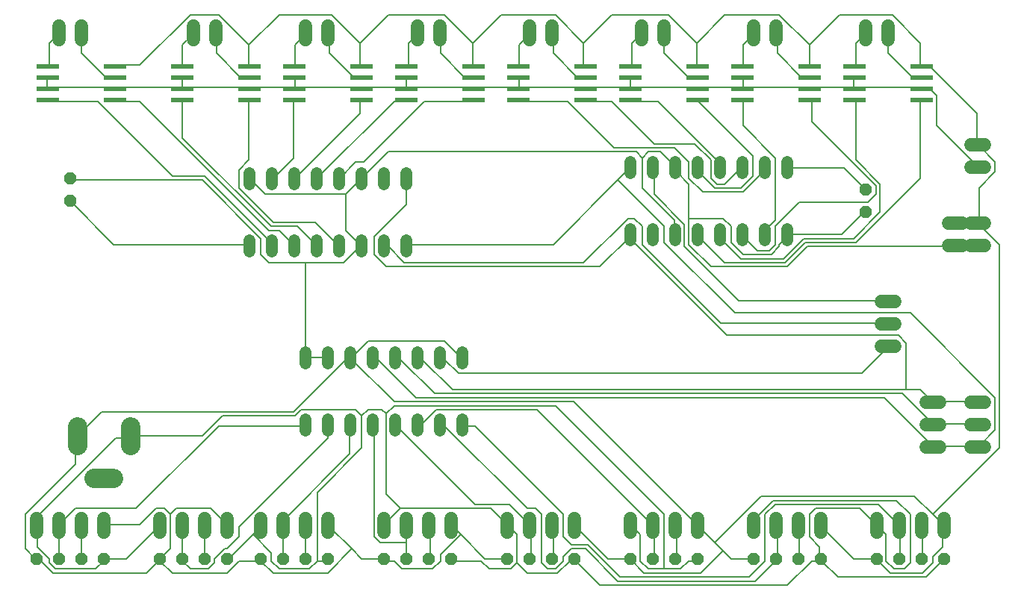
<source format=gbr>
G04 EAGLE Gerber RS-274X export*
G75*
%MOMM*%
%FSLAX34Y34*%
%LPD*%
%INTop Copper*%
%IPPOS*%
%AMOC8*
5,1,8,0,0,1.08239X$1,22.5*%
G01*
%ADD10C,1.524000*%
%ADD11P,1.429621X8X112.500000*%
%ADD12P,1.429621X8X292.500000*%
%ADD13C,1.320800*%
%ADD14P,1.429621X8X22.500000*%
%ADD15R,2.500000X0.500000*%
%ADD16C,2.184400*%
%ADD17C,0.152400*%


D10*
X1137920Y419100D02*
X1122680Y419100D01*
X1122680Y444500D02*
X1137920Y444500D01*
X1137920Y241300D02*
X1122680Y241300D01*
X1122680Y215900D02*
X1137920Y215900D01*
X1137920Y190500D02*
X1122680Y190500D01*
X1087120Y241300D02*
X1071880Y241300D01*
X1071880Y215900D02*
X1087120Y215900D01*
X1087120Y190500D02*
X1071880Y190500D01*
D11*
X1003300Y457200D03*
X1003300Y482600D03*
D12*
X101600Y495300D03*
X101600Y469900D03*
D10*
X1021080Y355600D02*
X1036320Y355600D01*
X1036320Y330200D02*
X1021080Y330200D01*
X1021080Y304800D02*
X1036320Y304800D01*
X1097280Y419100D02*
X1112520Y419100D01*
X1112520Y444500D02*
X1097280Y444500D01*
D13*
X914400Y501396D02*
X914400Y514604D01*
X889000Y514604D02*
X889000Y501396D01*
X812800Y501396D02*
X812800Y514604D01*
X787400Y514604D02*
X787400Y501396D01*
X863600Y501396D02*
X863600Y514604D01*
X838200Y514604D02*
X838200Y501396D01*
X762000Y501396D02*
X762000Y514604D01*
X736600Y514604D02*
X736600Y501396D01*
X736600Y438404D02*
X736600Y425196D01*
X762000Y425196D02*
X762000Y438404D01*
X787400Y438404D02*
X787400Y425196D01*
X812800Y425196D02*
X812800Y438404D01*
X838200Y438404D02*
X838200Y425196D01*
X863600Y425196D02*
X863600Y438404D01*
X889000Y438404D02*
X889000Y425196D01*
X914400Y425196D02*
X914400Y438404D01*
X304800Y425704D02*
X304800Y412496D01*
X330200Y412496D02*
X330200Y425704D01*
X406400Y425704D02*
X406400Y412496D01*
X431800Y412496D02*
X431800Y425704D01*
X355600Y425704D02*
X355600Y412496D01*
X381000Y412496D02*
X381000Y425704D01*
X457200Y425704D02*
X457200Y412496D01*
X482600Y412496D02*
X482600Y425704D01*
X482600Y488696D02*
X482600Y501904D01*
X457200Y501904D02*
X457200Y488696D01*
X431800Y488696D02*
X431800Y501904D01*
X406400Y501904D02*
X406400Y488696D01*
X381000Y488696D02*
X381000Y501904D01*
X355600Y501904D02*
X355600Y488696D01*
X330200Y488696D02*
X330200Y501904D01*
X304800Y501904D02*
X304800Y488696D01*
D10*
X520700Y652780D02*
X520700Y668020D01*
X495300Y668020D02*
X495300Y652780D01*
X393700Y652780D02*
X393700Y668020D01*
X368300Y668020D02*
X368300Y652780D01*
X1028700Y652780D02*
X1028700Y668020D01*
X1003300Y668020D02*
X1003300Y652780D01*
X901700Y652780D02*
X901700Y668020D01*
X876300Y668020D02*
X876300Y652780D01*
X266700Y652780D02*
X266700Y668020D01*
X241300Y668020D02*
X241300Y652780D01*
X114300Y652780D02*
X114300Y668020D01*
X88900Y668020D02*
X88900Y652780D01*
X774700Y652780D02*
X774700Y668020D01*
X749300Y668020D02*
X749300Y652780D01*
X647700Y652780D02*
X647700Y668020D01*
X622300Y668020D02*
X622300Y652780D01*
D13*
X368300Y222504D02*
X368300Y209296D01*
X393700Y209296D02*
X393700Y222504D01*
X469900Y222504D02*
X469900Y209296D01*
X495300Y209296D02*
X495300Y222504D01*
X419100Y222504D02*
X419100Y209296D01*
X444500Y209296D02*
X444500Y222504D01*
X520700Y222504D02*
X520700Y209296D01*
X546100Y209296D02*
X546100Y222504D01*
X546100Y285496D02*
X546100Y298704D01*
X520700Y298704D02*
X520700Y285496D01*
X495300Y285496D02*
X495300Y298704D01*
X469900Y298704D02*
X469900Y285496D01*
X444500Y285496D02*
X444500Y298704D01*
X419100Y298704D02*
X419100Y285496D01*
X393700Y285496D02*
X393700Y298704D01*
X368300Y298704D02*
X368300Y285496D01*
D10*
X1016000Y109220D02*
X1016000Y93980D01*
X1041400Y93980D02*
X1041400Y109220D01*
X876300Y109220D02*
X876300Y93980D01*
X901700Y93980D02*
X901700Y109220D01*
X736600Y109220D02*
X736600Y93980D01*
X762000Y93980D02*
X762000Y109220D01*
X596900Y109220D02*
X596900Y93980D01*
X622300Y93980D02*
X622300Y109220D01*
X457200Y109220D02*
X457200Y93980D01*
X482600Y93980D02*
X482600Y109220D01*
X317500Y109220D02*
X317500Y93980D01*
X342900Y93980D02*
X342900Y109220D01*
X203200Y109220D02*
X203200Y93980D01*
X228600Y93980D02*
X228600Y109220D01*
X63500Y109220D02*
X63500Y93980D01*
X88900Y93980D02*
X88900Y109220D01*
X1092200Y109220D02*
X1092200Y93980D01*
X1066800Y93980D02*
X1066800Y109220D01*
X952500Y109220D02*
X952500Y93980D01*
X927100Y93980D02*
X927100Y109220D01*
X812800Y109220D02*
X812800Y93980D01*
X787400Y93980D02*
X787400Y109220D01*
X673100Y109220D02*
X673100Y93980D01*
X647700Y93980D02*
X647700Y109220D01*
X533400Y109220D02*
X533400Y93980D01*
X508000Y93980D02*
X508000Y109220D01*
X393700Y109220D02*
X393700Y93980D01*
X368300Y93980D02*
X368300Y109220D01*
X279400Y109220D02*
X279400Y93980D01*
X254000Y93980D02*
X254000Y109220D01*
X139700Y109220D02*
X139700Y93980D01*
X114300Y93980D02*
X114300Y109220D01*
D14*
X1016000Y63500D03*
X1041400Y63500D03*
X508000Y63500D03*
X533400Y63500D03*
X317500Y63500D03*
X342900Y63500D03*
X368300Y63500D03*
X393700Y63500D03*
X203200Y63500D03*
X228600Y63500D03*
X254000Y63500D03*
X279400Y63500D03*
X63500Y63500D03*
X88900Y63500D03*
X114300Y63500D03*
X139700Y63500D03*
X1066800Y63500D03*
X1092200Y63500D03*
X876300Y63500D03*
X901700Y63500D03*
X927100Y63500D03*
X952500Y63500D03*
X736600Y63500D03*
X762000Y63500D03*
X787400Y63500D03*
X812800Y63500D03*
X596900Y63500D03*
X622300Y63500D03*
X647700Y63500D03*
X673100Y63500D03*
X457200Y63500D03*
X482600Y63500D03*
D10*
X1122680Y508000D02*
X1137920Y508000D01*
X1137920Y533400D02*
X1122680Y533400D01*
D15*
X482600Y622300D03*
X482600Y609600D03*
X482600Y596900D03*
X482600Y584200D03*
X558700Y622300D03*
X558700Y609600D03*
X558700Y596900D03*
X558700Y584200D03*
X355600Y622300D03*
X355600Y609600D03*
X355600Y596900D03*
X355600Y584200D03*
X431700Y622300D03*
X431700Y609600D03*
X431700Y596900D03*
X431700Y584200D03*
X990600Y622300D03*
X990600Y609600D03*
X990600Y596900D03*
X990600Y584200D03*
X1066700Y622300D03*
X1066700Y609600D03*
X1066700Y596900D03*
X1066700Y584200D03*
X863600Y622300D03*
X863600Y609600D03*
X863600Y596900D03*
X863600Y584200D03*
X939700Y622300D03*
X939700Y609600D03*
X939700Y596900D03*
X939700Y584200D03*
X228600Y622300D03*
X228600Y609600D03*
X228600Y596900D03*
X228600Y584200D03*
X304700Y622300D03*
X304700Y609600D03*
X304700Y596900D03*
X304700Y584200D03*
X76200Y622300D03*
X76200Y609600D03*
X76200Y596900D03*
X76200Y584200D03*
X152300Y622300D03*
X152300Y609600D03*
X152300Y596900D03*
X152300Y584200D03*
X736600Y622300D03*
X736600Y609600D03*
X736600Y596900D03*
X736600Y584200D03*
X812700Y622300D03*
X812700Y609600D03*
X812700Y596900D03*
X812700Y584200D03*
X609600Y622300D03*
X609600Y609600D03*
X609600Y596900D03*
X609600Y584200D03*
X685700Y622300D03*
X685700Y609600D03*
X685700Y596900D03*
X685700Y584200D03*
D16*
X150622Y155200D02*
X128778Y155200D01*
X109700Y192278D02*
X109700Y214122D01*
X169700Y214122D02*
X169700Y192278D01*
D17*
X502920Y582930D02*
X557784Y582930D01*
X502920Y582930D02*
X434340Y514350D01*
X425196Y514350D01*
X406908Y496062D01*
X557784Y582930D02*
X558700Y584200D01*
X406908Y496062D02*
X406400Y495300D01*
X468630Y582930D02*
X482346Y582930D01*
X468630Y582930D02*
X381000Y495300D01*
X482346Y582930D02*
X482600Y584200D01*
X354330Y582930D02*
X354330Y518922D01*
X331470Y496062D01*
X354330Y582930D02*
X355600Y584200D01*
X331470Y496062D02*
X330200Y495300D01*
X1065276Y496062D02*
X1065276Y582930D01*
X1065276Y496062D02*
X992124Y422910D01*
X934974Y422910D01*
X912114Y400050D01*
X843534Y400050D01*
X813816Y429768D01*
X1065276Y582930D02*
X1066700Y584200D01*
X812800Y431800D02*
X813816Y429768D01*
X941832Y560070D02*
X941832Y582930D01*
X941832Y560070D02*
X1014984Y486918D01*
X1014984Y477774D01*
X1005840Y468630D01*
X928116Y468630D01*
X900684Y441198D01*
X900684Y420624D01*
X893826Y413766D01*
X880110Y413766D01*
X864108Y429768D01*
X941832Y582930D02*
X939700Y584200D01*
X863600Y431800D02*
X864108Y429768D01*
X864108Y555498D02*
X864108Y582930D01*
X864108Y555498D02*
X900684Y518922D01*
X900684Y448056D01*
X889254Y436626D01*
X889254Y432054D01*
X864108Y582930D02*
X863600Y584200D01*
X889254Y432054D02*
X889000Y431800D01*
X304038Y516636D02*
X304038Y582930D01*
X304038Y516636D02*
X292608Y505206D01*
X292608Y484632D01*
X331470Y445770D01*
X379476Y445770D01*
X404622Y420624D01*
X304038Y582930D02*
X304700Y584200D01*
X404622Y420624D02*
X406400Y419100D01*
X228600Y541782D02*
X228600Y584200D01*
X228600Y541782D02*
X329184Y441198D01*
X358902Y441198D01*
X381000Y419100D01*
X180594Y582930D02*
X153162Y582930D01*
X180594Y582930D02*
X326898Y436626D01*
X338328Y436626D01*
X354330Y420624D01*
X153162Y582930D02*
X152300Y584200D01*
X354330Y420624D02*
X355600Y419100D01*
X132588Y582930D02*
X77724Y582930D01*
X132588Y582930D02*
X217170Y498348D01*
X253746Y498348D01*
X331470Y420624D01*
X77724Y582930D02*
X76200Y584200D01*
X330200Y419100D02*
X331470Y420624D01*
X738378Y582930D02*
X768096Y582930D01*
X836676Y514350D01*
X836676Y509778D01*
X738378Y582930D02*
X736600Y584200D01*
X836676Y509778D02*
X838200Y508000D01*
X715518Y582930D02*
X685800Y582930D01*
X715518Y582930D02*
X763524Y534924D01*
X809244Y534924D01*
X827532Y516636D01*
X827532Y496062D01*
X834390Y489204D01*
X843534Y489204D01*
X861822Y507492D01*
X685800Y582930D02*
X685700Y584200D01*
X861822Y507492D02*
X863600Y508000D01*
X665226Y582930D02*
X610362Y582930D01*
X665226Y582930D02*
X717804Y530352D01*
X786384Y530352D01*
X802386Y514350D01*
X802386Y496062D01*
X818388Y480060D01*
X864108Y480060D01*
X886968Y502920D01*
X886968Y507492D01*
X610362Y582930D02*
X609600Y584200D01*
X886968Y507492D02*
X889000Y508000D01*
X304038Y420624D02*
X150876Y420624D01*
X101600Y469900D01*
X304038Y420624D02*
X304800Y419100D01*
X914400Y507492D02*
X978408Y507492D01*
X1003300Y482600D01*
X914400Y507492D02*
X914400Y508000D01*
X649224Y420624D02*
X484632Y420624D01*
X722376Y493776D02*
X736600Y508000D01*
X722376Y493776D02*
X649224Y420624D01*
X484632Y420624D02*
X482600Y419100D01*
X450342Y290322D02*
X445770Y290322D01*
X450342Y290322D02*
X493776Y246888D01*
X1024128Y246888D01*
X1078992Y192024D01*
X445770Y290322D02*
X444500Y292100D01*
X1078992Y192024D02*
X1079500Y190500D01*
X1081278Y192024D02*
X1129284Y192024D01*
X1130300Y190500D01*
X1081278Y192024D02*
X1079500Y190500D01*
X774954Y441198D02*
X722376Y493776D01*
X774954Y441198D02*
X774954Y422910D01*
X854964Y342900D01*
X1053846Y342900D01*
X1149858Y246888D01*
X1149858Y210312D01*
X1131570Y192024D01*
X1130300Y190500D01*
X763524Y477774D02*
X763524Y507492D01*
X763524Y477774D02*
X797814Y443484D01*
X797814Y418338D01*
X859536Y356616D01*
X1028700Y356616D01*
X763524Y507492D02*
X762000Y508000D01*
X1028700Y356616D02*
X1028700Y355600D01*
X461772Y418338D02*
X457200Y418338D01*
X461772Y418338D02*
X480060Y400050D01*
X683514Y400050D01*
X733806Y450342D01*
X740664Y450342D01*
X749808Y441198D01*
X749808Y420624D01*
X838962Y331470D01*
X1028700Y331470D01*
X457200Y418338D02*
X457200Y419100D01*
X1028700Y331470D02*
X1028700Y330200D01*
X475488Y290322D02*
X470916Y290322D01*
X475488Y290322D02*
X514350Y251460D01*
X1044702Y251460D01*
X1078992Y217170D01*
X470916Y290322D02*
X469900Y292100D01*
X1078992Y217170D02*
X1079500Y215900D01*
X1081278Y217170D02*
X1129284Y217170D01*
X1130300Y215900D01*
X1081278Y217170D02*
X1079500Y215900D01*
X114300Y101600D02*
X114300Y63500D01*
X253746Y64008D02*
X253746Y100584D01*
X253746Y64008D02*
X254000Y63500D01*
X253746Y100584D02*
X254000Y101600D01*
X368046Y100584D02*
X368046Y64008D01*
X368300Y63500D01*
X368046Y100584D02*
X368300Y101600D01*
X509778Y100584D02*
X509778Y64008D01*
X508000Y63500D01*
X509778Y100584D02*
X508000Y101600D01*
X649224Y100584D02*
X649224Y64008D01*
X647700Y63500D01*
X649224Y100584D02*
X647700Y101600D01*
X788670Y100584D02*
X788670Y64008D01*
X787400Y63500D01*
X788670Y100584D02*
X787400Y101600D01*
X928116Y100584D02*
X928116Y64008D01*
X927100Y63500D01*
X928116Y100584D02*
X927100Y101600D01*
X1067562Y100584D02*
X1067562Y64008D01*
X1066800Y63500D01*
X1067562Y100584D02*
X1066800Y101600D01*
X1042416Y100584D02*
X1042416Y64008D01*
X1041400Y63500D01*
X1042416Y100584D02*
X1041400Y101600D01*
X560070Y214884D02*
X546354Y214884D01*
X560070Y214884D02*
X660654Y114300D01*
X660654Y89154D01*
X669798Y80010D01*
X688086Y80010D01*
X724662Y43434D01*
X870966Y43434D01*
X889254Y61722D01*
X889254Y114300D01*
X900684Y125730D01*
X1017270Y125730D01*
X1041400Y101600D01*
X546354Y214884D02*
X546100Y215900D01*
X525780Y214884D02*
X521208Y214884D01*
X525780Y214884D02*
X619506Y121158D01*
X628650Y121158D01*
X635508Y114300D01*
X635508Y59436D01*
X642366Y52578D01*
X651510Y52578D01*
X660654Y61722D01*
X660654Y66294D01*
X669798Y75438D01*
X685800Y75438D01*
X722376Y38862D01*
X877824Y38862D01*
X900684Y61722D01*
X521208Y214884D02*
X520700Y215900D01*
X900684Y61722D02*
X901700Y63500D01*
X902970Y64008D02*
X902970Y100584D01*
X901700Y101600D01*
X902970Y64008D02*
X901700Y63500D01*
X763524Y64008D02*
X763524Y100584D01*
X763524Y64008D02*
X762000Y63500D01*
X763524Y100584D02*
X762000Y101600D01*
X500634Y217170D02*
X496062Y217170D01*
X500634Y217170D02*
X516636Y233172D01*
X630936Y233172D01*
X761238Y102870D01*
X496062Y217170D02*
X495300Y215900D01*
X761238Y102870D02*
X762000Y101600D01*
X560070Y125730D02*
X469900Y215900D01*
X560070Y125730D02*
X598932Y125730D01*
X621792Y102870D01*
X622300Y101600D01*
X624078Y100584D02*
X624078Y64008D01*
X622300Y63500D01*
X624078Y100584D02*
X622300Y101600D01*
X482346Y100584D02*
X482346Y82296D01*
X482346Y64008D01*
X482600Y63500D01*
X482346Y100584D02*
X482600Y101600D01*
X445770Y89154D02*
X445770Y214884D01*
X445770Y89154D02*
X452628Y82296D01*
X482346Y82296D01*
X445770Y214884D02*
X444500Y215900D01*
X342900Y101600D02*
X342900Y63500D01*
X418338Y182880D02*
X418338Y214884D01*
X418338Y182880D02*
X342900Y107442D01*
X342900Y101600D01*
X418338Y214884D02*
X419100Y215900D01*
X228600Y101600D02*
X228600Y63500D01*
X393192Y201168D02*
X393192Y214884D01*
X393192Y201168D02*
X292608Y100584D01*
X292608Y89154D01*
X278892Y75438D01*
X276606Y75438D01*
X265176Y64008D01*
X265176Y59436D01*
X258318Y52578D01*
X237744Y52578D01*
X228600Y61722D01*
X393192Y214884D02*
X393700Y215900D01*
X228600Y63500D02*
X228600Y61722D01*
X89154Y64008D02*
X89154Y100584D01*
X89154Y64008D02*
X88900Y63500D01*
X89154Y100584D02*
X88900Y101600D01*
X269748Y214884D02*
X368046Y214884D01*
X269748Y214884D02*
X176022Y121158D01*
X107442Y121158D01*
X89154Y102870D01*
X368046Y214884D02*
X368300Y215900D01*
X89154Y102870D02*
X88900Y101600D01*
X141732Y64008D02*
X164592Y64008D01*
X201168Y100584D01*
X141732Y64008D02*
X139700Y63500D01*
X201168Y100584D02*
X203200Y101600D01*
X64008Y100584D02*
X64008Y77724D01*
X77724Y64008D01*
X77724Y59436D01*
X84582Y52578D01*
X130302Y52578D01*
X139446Y61722D01*
X64008Y100584D02*
X63500Y101600D01*
X139700Y63500D02*
X139446Y61722D01*
X153162Y201168D02*
X169164Y201168D01*
X153162Y201168D02*
X64008Y112014D01*
X64008Y102870D01*
X169164Y201168D02*
X169700Y203200D01*
X64008Y102870D02*
X63500Y101600D01*
X950976Y77724D02*
X950976Y64008D01*
X950976Y77724D02*
X939546Y89154D01*
X939546Y114300D01*
X946404Y121158D01*
X996696Y121158D01*
X1014984Y102870D01*
X952500Y63500D02*
X950976Y64008D01*
X1014984Y102870D02*
X1016000Y101600D01*
X1072134Y43434D02*
X1092200Y63500D01*
X1072134Y43434D02*
X971550Y43434D01*
X953262Y61722D01*
X952500Y63500D01*
X877824Y102870D02*
X877824Y109728D01*
X898398Y130302D01*
X1037844Y130302D01*
X1053846Y114300D01*
X1053846Y59436D01*
X1046988Y52578D01*
X1035558Y52578D01*
X1026414Y61722D01*
X1026414Y91440D01*
X1017270Y100584D01*
X877824Y102870D02*
X876300Y101600D01*
X1016000Y101600D02*
X1017270Y100584D01*
X317754Y100584D02*
X308610Y91440D01*
X281178Y64008D01*
X279400Y63500D01*
X317754Y100584D02*
X317500Y101600D01*
X381762Y61722D02*
X393192Y61722D01*
X381762Y61722D02*
X372618Y52578D01*
X338328Y52578D01*
X329184Y61722D01*
X329184Y70866D01*
X308610Y91440D01*
X393700Y63500D02*
X393192Y61722D01*
X802386Y61722D02*
X811530Y61722D01*
X802386Y61722D02*
X793242Y52578D01*
X774954Y52578D02*
X756666Y52578D01*
X774954Y52578D02*
X793242Y52578D01*
X756666Y52578D02*
X747522Y61722D01*
X747522Y91440D01*
X738378Y100584D01*
X811530Y61722D02*
X812800Y63500D01*
X738378Y100584D02*
X736600Y101600D01*
X566928Y61722D02*
X534924Y61722D01*
X566928Y61722D02*
X576072Y52578D01*
X601218Y52578D01*
X608076Y59436D01*
X608076Y91440D01*
X598932Y100584D01*
X534924Y61722D02*
X533400Y63500D01*
X596900Y101600D02*
X598932Y100584D01*
X667512Y61722D02*
X672084Y61722D01*
X667512Y61722D02*
X653796Y48006D01*
X619506Y48006D01*
X608076Y59436D01*
X672084Y61722D02*
X673100Y63500D01*
X475488Y121158D02*
X457200Y102870D01*
X475488Y121158D02*
X578358Y121158D01*
X596646Y102870D01*
X457200Y102870D02*
X457200Y101600D01*
X596646Y102870D02*
X596900Y101600D01*
X774954Y114300D02*
X774954Y52578D01*
X774954Y114300D02*
X651510Y237744D01*
X468630Y237744D01*
X459486Y228600D01*
X459486Y137160D01*
X475488Y121158D01*
X381762Y139446D02*
X381762Y61722D01*
X381762Y139446D02*
X432054Y189738D01*
X432054Y226314D01*
X438912Y233172D01*
X454914Y233172D01*
X459486Y228600D01*
X941832Y61722D02*
X950976Y61722D01*
X941832Y61722D02*
X914400Y34290D01*
X701802Y34290D01*
X674370Y61722D01*
X950976Y61722D02*
X952500Y63500D01*
X674370Y61722D02*
X673100Y63500D01*
X251460Y203454D02*
X171450Y203454D01*
X251460Y203454D02*
X274320Y226314D01*
X356616Y226314D01*
X363474Y233172D01*
X425196Y233172D01*
X432054Y226314D01*
X171450Y203454D02*
X169700Y203200D01*
X914400Y432054D02*
X976122Y432054D01*
X1001268Y457200D01*
X914400Y432054D02*
X914400Y431800D01*
X1001268Y457200D02*
X1003300Y457200D01*
X1106424Y420624D02*
X1129284Y420624D01*
X1106424Y420624D02*
X1104900Y419100D01*
X1129284Y420624D02*
X1130300Y419100D01*
X786384Y432054D02*
X786384Y448056D01*
X749808Y484632D01*
X749808Y518922D01*
X756666Y525780D01*
X770382Y525780D01*
X786384Y509778D01*
X786384Y432054D02*
X787400Y431800D01*
X787400Y508000D02*
X786384Y509778D01*
X937260Y418338D02*
X1104138Y418338D01*
X937260Y418338D02*
X914400Y395478D01*
X827532Y395478D01*
X802386Y420624D01*
X802386Y450342D02*
X802386Y489204D01*
X802386Y450342D02*
X802386Y420624D01*
X802386Y489204D02*
X788670Y502920D01*
X788670Y507492D01*
X1104138Y418338D02*
X1104900Y419100D01*
X788670Y507492D02*
X787400Y508000D01*
X905256Y420624D02*
X914400Y429768D01*
X905256Y420624D02*
X905256Y418338D01*
X896112Y409194D01*
X864108Y409194D01*
X850392Y422910D01*
X850392Y441198D01*
X841248Y450342D01*
X802386Y450342D01*
X914400Y431800D02*
X914400Y429768D01*
X322326Y477774D02*
X304800Y495300D01*
X322326Y477774D02*
X413766Y477774D01*
X429768Y493776D01*
X431800Y495300D01*
X393192Y292608D02*
X370332Y292608D01*
X368300Y292100D01*
X393192Y292608D02*
X393700Y292100D01*
X251460Y493776D02*
X102870Y493776D01*
X251460Y493776D02*
X317754Y427482D01*
X317754Y409194D01*
X326898Y400050D01*
X368046Y400050D02*
X411480Y400050D01*
X368046Y400050D02*
X326898Y400050D01*
X411480Y400050D02*
X429768Y418338D01*
X102870Y493776D02*
X101600Y495300D01*
X429768Y418338D02*
X431800Y419100D01*
X368046Y400050D02*
X368046Y292608D01*
X368300Y292100D01*
X413766Y436626D02*
X413766Y477774D01*
X413766Y436626D02*
X429768Y420624D01*
X431800Y419100D01*
X742950Y525780D02*
X749808Y518922D01*
X742950Y525780D02*
X461772Y525780D01*
X432054Y496062D01*
X431800Y495300D01*
X521208Y290322D02*
X525780Y290322D01*
X541782Y274320D01*
X998982Y274320D01*
X1028700Y304038D01*
X521208Y290322D02*
X520700Y292100D01*
X1028700Y304038D02*
X1028700Y304800D01*
X484632Y624078D02*
X484632Y649224D01*
X493776Y658368D01*
X484632Y624078D02*
X482600Y622300D01*
X493776Y658368D02*
X495300Y660400D01*
X548640Y610362D02*
X557784Y610362D01*
X548640Y610362D02*
X521208Y637794D01*
X521208Y658368D01*
X557784Y610362D02*
X558700Y609600D01*
X521208Y658368D02*
X520700Y660400D01*
X429768Y610362D02*
X422910Y610362D01*
X395478Y637794D01*
X395478Y658368D01*
X429768Y610362D02*
X431700Y609600D01*
X395478Y658368D02*
X393700Y660400D01*
X356616Y646938D02*
X356616Y624078D01*
X356616Y646938D02*
X368046Y658368D01*
X356616Y624078D02*
X355600Y622300D01*
X368046Y658368D02*
X368300Y660400D01*
X992124Y582930D02*
X992124Y516636D01*
X1019556Y489204D01*
X1019556Y457200D01*
X989838Y427482D01*
X932688Y427482D01*
X909828Y404622D01*
X861822Y404622D01*
X836676Y429768D01*
X990600Y584200D02*
X992124Y582930D01*
X838200Y431800D02*
X836676Y429768D01*
X1056132Y610362D02*
X1065276Y610362D01*
X1056132Y610362D02*
X1028700Y637794D01*
X1028700Y660400D01*
X1065276Y610362D02*
X1066700Y609600D01*
X992124Y624078D02*
X992124Y649224D01*
X1003300Y660400D01*
X992124Y624078D02*
X990600Y622300D01*
X939546Y610362D02*
X930402Y610362D01*
X902970Y637794D01*
X902970Y658368D01*
X939546Y610362D02*
X939700Y609600D01*
X902970Y658368D02*
X901700Y660400D01*
X864108Y646938D02*
X864108Y624078D01*
X864108Y646938D02*
X875538Y658368D01*
X864108Y624078D02*
X863600Y622300D01*
X875538Y658368D02*
X876300Y660400D01*
X482346Y493776D02*
X482346Y466344D01*
X445770Y429768D01*
X445770Y409194D01*
X459486Y395478D01*
X701802Y395478D01*
X736092Y429768D01*
X482346Y493776D02*
X482600Y495300D01*
X736600Y431800D02*
X736092Y429768D01*
X500634Y290322D02*
X496062Y290322D01*
X500634Y290322D02*
X534924Y256032D01*
X1049274Y256032D02*
X1065276Y256032D01*
X1049274Y256032D02*
X534924Y256032D01*
X1065276Y256032D02*
X1078992Y242316D01*
X496062Y290322D02*
X495300Y292100D01*
X1078992Y242316D02*
X1079500Y241300D01*
X1081278Y242316D02*
X1129284Y242316D01*
X1130300Y241300D01*
X1081278Y242316D02*
X1079500Y241300D01*
X738378Y425196D02*
X738378Y429768D01*
X738378Y425196D02*
X845820Y317754D01*
X1040130Y317754D01*
X1049274Y308610D01*
X1049274Y256032D01*
X738378Y429768D02*
X736600Y431800D01*
X457200Y64008D02*
X432054Y64008D01*
X420624Y75438D02*
X395478Y100584D01*
X420624Y75438D02*
X432054Y64008D01*
X457200Y64008D02*
X457200Y63500D01*
X395478Y100584D02*
X393700Y101600D01*
X571500Y64008D02*
X596646Y64008D01*
X544068Y91440D02*
X534924Y100584D01*
X544068Y91440D02*
X571500Y64008D01*
X596646Y64008D02*
X596900Y63500D01*
X534924Y100584D02*
X533400Y101600D01*
X468630Y61722D02*
X457200Y61722D01*
X468630Y61722D02*
X477774Y52578D01*
X512064Y52578D01*
X521208Y61722D01*
X521208Y68580D01*
X544068Y91440D01*
X457200Y63500D02*
X457200Y61722D01*
X420624Y292608D02*
X438912Y310896D01*
X525780Y310896D01*
X544068Y292608D01*
X420624Y292608D02*
X419100Y292100D01*
X544068Y292608D02*
X546100Y292100D01*
X68580Y61722D02*
X64008Y61722D01*
X68580Y61722D02*
X82296Y48006D01*
X187452Y48006D01*
X201168Y61722D01*
X64008Y61722D02*
X63500Y63500D01*
X201168Y61722D02*
X203200Y63500D01*
X292608Y61722D02*
X315468Y61722D01*
X292608Y61722D02*
X278892Y48006D01*
X217170Y48006D01*
X203454Y61722D01*
X315468Y61722D02*
X317500Y63500D01*
X203454Y61722D02*
X203200Y63500D01*
X180594Y102870D02*
X141732Y102870D01*
X180594Y102870D02*
X198882Y121158D01*
X208026Y121158D01*
X214884Y114300D01*
X214884Y75438D01*
X203454Y64008D01*
X141732Y102870D02*
X139700Y101600D01*
X203454Y64008D02*
X203200Y63500D01*
X260604Y121158D02*
X278892Y102870D01*
X260604Y121158D02*
X221742Y121158D01*
X214884Y114300D01*
X278892Y102870D02*
X279400Y101600D01*
X107442Y171450D02*
X107442Y201168D01*
X107442Y171450D02*
X50292Y114300D01*
X50292Y75438D01*
X61722Y64008D01*
X107442Y201168D02*
X109700Y203200D01*
X63500Y63500D02*
X61722Y64008D01*
X413766Y290322D02*
X418338Y290322D01*
X413766Y290322D02*
X354330Y230886D01*
X137160Y230886D01*
X109728Y203454D01*
X418338Y290322D02*
X419100Y292100D01*
X109728Y203454D02*
X109700Y203200D01*
X393192Y48006D02*
X420624Y75438D01*
X393192Y48006D02*
X331470Y48006D01*
X317754Y61722D01*
X317500Y63500D01*
X989838Y64008D02*
X1014984Y64008D01*
X989838Y64008D02*
X953262Y100584D01*
X1014984Y64008D02*
X1016000Y63500D01*
X953262Y100584D02*
X952500Y101600D01*
X1090422Y100584D02*
X1090422Y77724D01*
X1078992Y66294D01*
X1078992Y59436D01*
X1067562Y48006D01*
X1030986Y48006D01*
X1017270Y61722D01*
X1090422Y100584D02*
X1092200Y101600D01*
X1017270Y61722D02*
X1016000Y63500D01*
X736092Y64008D02*
X710946Y64008D01*
X674370Y100584D01*
X736092Y64008D02*
X736600Y63500D01*
X674370Y100584D02*
X673100Y101600D01*
X850392Y64008D02*
X875538Y64008D01*
X832104Y82296D02*
X812800Y101600D01*
X832104Y82296D02*
X841248Y73152D01*
X850392Y64008D01*
X875538Y64008D02*
X876300Y63500D01*
X752094Y48006D02*
X736600Y63500D01*
X752094Y48006D02*
X816102Y48006D01*
X841248Y73152D01*
X1058418Y134874D02*
X1078992Y114300D01*
X1090422Y102870D01*
X1058418Y134874D02*
X884682Y134874D01*
X832104Y82296D01*
X1090422Y102870D02*
X1092200Y101600D01*
X1106424Y445770D02*
X1129284Y445770D01*
X1106424Y445770D02*
X1104900Y444500D01*
X1129284Y445770D02*
X1130300Y444500D01*
X1076706Y621792D02*
X1067562Y621792D01*
X1076706Y621792D02*
X1129284Y569214D01*
X1129284Y534924D01*
X1067562Y621792D02*
X1066700Y622300D01*
X1129284Y534924D02*
X1130300Y533400D01*
X1131570Y484632D02*
X1131570Y445770D01*
X1131570Y484632D02*
X1149858Y502920D01*
X1149858Y514350D01*
X1131570Y532638D01*
X1131570Y445770D02*
X1130300Y444500D01*
X1131570Y532638D02*
X1130300Y533400D01*
X180594Y624078D02*
X153162Y624078D01*
X180594Y624078D02*
X237744Y681228D01*
X269748Y681228D01*
X304038Y646938D01*
X304038Y624078D01*
X153162Y624078D02*
X152300Y622300D01*
X304038Y624078D02*
X304700Y622300D01*
X429768Y624078D02*
X429768Y649224D01*
X397764Y681228D01*
X338328Y681228D01*
X304038Y646938D01*
X429768Y624078D02*
X431700Y622300D01*
X557784Y624078D02*
X557784Y649224D01*
X525780Y681228D01*
X461772Y681228D01*
X429768Y649224D01*
X557784Y624078D02*
X558700Y622300D01*
X683514Y624078D02*
X683514Y649224D01*
X651510Y681228D01*
X589788Y681228D01*
X557784Y649224D01*
X683514Y624078D02*
X685700Y622300D01*
X811530Y624078D02*
X811530Y649224D01*
X779526Y681228D01*
X715518Y681228D01*
X683514Y649224D01*
X811530Y624078D02*
X812700Y622300D01*
X939546Y624078D02*
X939546Y646938D01*
X905256Y681228D01*
X843534Y681228D01*
X811530Y649224D01*
X939546Y624078D02*
X939700Y622300D01*
X1065276Y624078D02*
X1065276Y649224D01*
X1033272Y681228D01*
X973836Y681228D01*
X939546Y646938D01*
X1065276Y624078D02*
X1066700Y622300D01*
X1154430Y189738D02*
X1078992Y114300D01*
X1154430Y189738D02*
X1154430Y420624D01*
X1131570Y443484D01*
X1130300Y444500D01*
X468630Y242316D02*
X420624Y290322D01*
X468630Y242316D02*
X672084Y242316D01*
X812800Y101600D01*
X420624Y290322D02*
X419100Y292100D01*
X941832Y598932D02*
X989838Y598932D01*
X941832Y598932D02*
X939700Y596900D01*
X989838Y598932D02*
X989838Y608076D01*
X990600Y609600D01*
X989838Y598932D02*
X990600Y596900D01*
X992124Y598932D02*
X1065276Y598932D01*
X1066700Y596900D01*
X992124Y598932D02*
X990600Y596900D01*
X1083564Y555498D02*
X1129284Y509778D01*
X1083564Y555498D02*
X1083564Y589788D01*
X1076706Y596646D01*
X1067562Y596646D01*
X1129284Y509778D02*
X1130300Y508000D01*
X1067562Y596646D02*
X1066700Y596900D01*
X228600Y598932D02*
X228600Y609600D01*
X75438Y608076D02*
X75438Y598932D01*
X76200Y596900D01*
X75438Y608076D02*
X76200Y609600D01*
X77724Y598932D02*
X150876Y598932D01*
X152300Y596900D01*
X77724Y598932D02*
X76200Y596900D01*
X153162Y598932D02*
X228600Y598932D01*
X153162Y598932D02*
X152300Y596900D01*
X813816Y598932D02*
X861822Y598932D01*
X813816Y598932D02*
X812700Y596900D01*
X861822Y598932D02*
X863600Y596900D01*
X864108Y598932D02*
X864108Y608076D01*
X863600Y609600D01*
X736092Y598932D02*
X685800Y598932D01*
X685700Y596900D01*
X736092Y598932D02*
X736092Y608076D01*
X736600Y609600D01*
X736092Y598932D02*
X736600Y596900D01*
X608076Y598932D02*
X560070Y598932D01*
X558700Y596900D01*
X608076Y598932D02*
X609600Y596900D01*
X610362Y598932D02*
X610362Y608076D01*
X609600Y609600D01*
X354330Y598932D02*
X306324Y598932D01*
X304700Y596900D01*
X354330Y598932D02*
X355600Y596900D01*
X356616Y598932D02*
X356616Y608076D01*
X355600Y609600D01*
X432054Y598932D02*
X482346Y598932D01*
X432054Y598932D02*
X431700Y596900D01*
X482346Y598932D02*
X482346Y608076D01*
X482600Y609600D01*
X482346Y598932D02*
X482600Y596900D01*
X429768Y598932D02*
X356616Y598932D01*
X355600Y596900D01*
X429768Y598932D02*
X431700Y596900D01*
X484632Y598932D02*
X557784Y598932D01*
X558700Y596900D01*
X484632Y598932D02*
X482600Y596900D01*
X610362Y598932D02*
X683514Y598932D01*
X685700Y596900D01*
X610362Y598932D02*
X609600Y596900D01*
X738378Y598932D02*
X811530Y598932D01*
X812700Y596900D01*
X738378Y598932D02*
X736600Y596900D01*
X304038Y598932D02*
X228600Y598932D01*
X228600Y596900D01*
X304038Y598932D02*
X304700Y596900D01*
X864108Y598932D02*
X939546Y598932D01*
X939700Y596900D01*
X864108Y598932D02*
X863600Y596900D01*
X304038Y610362D02*
X294894Y610362D01*
X267462Y637794D01*
X267462Y658368D01*
X304038Y610362D02*
X304700Y609600D01*
X267462Y658368D02*
X266700Y660400D01*
X228600Y646938D02*
X228600Y622300D01*
X228600Y646938D02*
X240030Y658368D01*
X241300Y660400D01*
X150876Y610362D02*
X141732Y610362D01*
X114300Y637794D01*
X114300Y660400D01*
X150876Y610362D02*
X152300Y609600D01*
X77724Y624078D02*
X77724Y649224D01*
X88900Y660400D01*
X77724Y624078D02*
X76200Y622300D01*
X813816Y582930D02*
X875538Y521208D01*
X875538Y498348D01*
X861822Y484632D01*
X832104Y484632D01*
X813816Y502920D01*
X813816Y507492D01*
X813816Y582930D02*
X812700Y584200D01*
X812800Y508000D02*
X813816Y507492D01*
X610362Y624078D02*
X610362Y646938D01*
X621792Y658368D01*
X610362Y624078D02*
X609600Y622300D01*
X621792Y658368D02*
X622300Y660400D01*
X676656Y610362D02*
X683514Y610362D01*
X676656Y610362D02*
X649224Y637794D01*
X649224Y658368D01*
X683514Y610362D02*
X685700Y609600D01*
X649224Y658368D02*
X647700Y660400D01*
X738378Y649224D02*
X738378Y624078D01*
X738378Y649224D02*
X747522Y658368D01*
X738378Y624078D02*
X736600Y622300D01*
X747522Y658368D02*
X749300Y660400D01*
X802386Y610362D02*
X811530Y610362D01*
X802386Y610362D02*
X774954Y637794D01*
X774954Y658368D01*
X811530Y610362D02*
X812700Y609600D01*
X774954Y658368D02*
X774700Y660400D01*
X429768Y582930D02*
X429768Y569214D01*
X356616Y496062D01*
X429768Y582930D02*
X431700Y584200D01*
X356616Y496062D02*
X355600Y495300D01*
M02*

</source>
